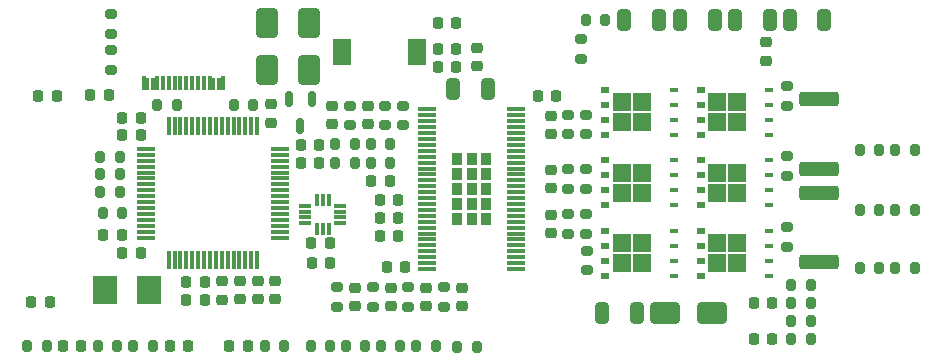
<source format=gtp>
G04 #@! TF.GenerationSoftware,KiCad,Pcbnew,7.0.2-6a45011f42~172~ubuntu20.04.1*
G04 #@! TF.CreationDate,2023-05-22T19:25:16+03:00*
G04 #@! TF.ProjectId,BLDC_4,424c4443-5f34-42e6-9b69-6361645f7063,rev?*
G04 #@! TF.SameCoordinates,PX40d9900PYa21fe80*
G04 #@! TF.FileFunction,Paste,Top*
G04 #@! TF.FilePolarity,Positive*
%FSLAX46Y46*%
G04 Gerber Fmt 4.6, Leading zero omitted, Abs format (unit mm)*
G04 Created by KiCad (PCBNEW 7.0.2-6a45011f42~172~ubuntu20.04.1) date 2023-05-22 19:25:16*
%MOMM*%
%LPD*%
G01*
G04 APERTURE LIST*
G04 Aperture macros list*
%AMRoundRect*
0 Rectangle with rounded corners*
0 $1 Rounding radius*
0 $2 $3 $4 $5 $6 $7 $8 $9 X,Y pos of 4 corners*
0 Add a 4 corners polygon primitive as box body*
4,1,4,$2,$3,$4,$5,$6,$7,$8,$9,$2,$3,0*
0 Add four circle primitives for the rounded corners*
1,1,$1+$1,$2,$3*
1,1,$1+$1,$4,$5*
1,1,$1+$1,$6,$7*
1,1,$1+$1,$8,$9*
0 Add four rect primitives between the rounded corners*
20,1,$1+$1,$2,$3,$4,$5,0*
20,1,$1+$1,$4,$5,$6,$7,0*
20,1,$1+$1,$6,$7,$8,$9,0*
20,1,$1+$1,$8,$9,$2,$3,0*%
G04 Aperture macros list end*
%ADD10RoundRect,0.225000X0.250000X-0.225000X0.250000X0.225000X-0.250000X0.225000X-0.250000X-0.225000X0*%
%ADD11RoundRect,0.225000X-0.250000X0.225000X-0.250000X-0.225000X0.250000X-0.225000X0.250000X0.225000X0*%
%ADD12RoundRect,0.225000X-0.225000X-0.250000X0.225000X-0.250000X0.225000X0.250000X-0.225000X0.250000X0*%
%ADD13RoundRect,0.225000X0.225000X0.250000X-0.225000X0.250000X-0.225000X-0.250000X0.225000X-0.250000X0*%
%ADD14RoundRect,0.250000X0.325000X0.650000X-0.325000X0.650000X-0.325000X-0.650000X0.325000X-0.650000X0*%
%ADD15RoundRect,0.250000X-0.650000X1.000000X-0.650000X-1.000000X0.650000X-1.000000X0.650000X1.000000X0*%
%ADD16R,1.500000X2.200000*%
%ADD17R,1.500000X1.500000*%
%ADD18R,0.750000X0.500000*%
%ADD19R,0.750000X0.400000*%
%ADD20RoundRect,0.200000X0.200000X0.275000X-0.200000X0.275000X-0.200000X-0.275000X0.200000X-0.275000X0*%
%ADD21RoundRect,0.200000X0.275000X-0.200000X0.275000X0.200000X-0.275000X0.200000X-0.275000X-0.200000X0*%
%ADD22RoundRect,0.200000X-0.200000X-0.275000X0.200000X-0.275000X0.200000X0.275000X-0.200000X0.275000X0*%
%ADD23RoundRect,0.200000X-0.275000X0.200000X-0.275000X-0.200000X0.275000X-0.200000X0.275000X0.200000X0*%
%ADD24RoundRect,0.250000X-1.425000X0.362500X-1.425000X-0.362500X1.425000X-0.362500X1.425000X0.362500X0*%
%ADD25RoundRect,0.250000X1.425000X-0.362500X1.425000X0.362500X-1.425000X0.362500X-1.425000X-0.362500X0*%
%ADD26RoundRect,0.075000X0.075000X-0.700000X0.075000X0.700000X-0.075000X0.700000X-0.075000X-0.700000X0*%
%ADD27RoundRect,0.075000X0.700000X-0.075000X0.700000X0.075000X-0.700000X0.075000X-0.700000X-0.075000X0*%
%ADD28R,0.960000X1.030000*%
%ADD29R,1.550000X0.300000*%
%ADD30R,1.000000X0.300000*%
%ADD31R,0.300000X1.000000*%
%ADD32RoundRect,0.250000X0.650000X-1.000000X0.650000X1.000000X-0.650000X1.000000X-0.650000X-1.000000X0*%
%ADD33R,2.000000X2.400000*%
%ADD34RoundRect,0.250000X-0.325000X-0.650000X0.325000X-0.650000X0.325000X0.650000X-0.325000X0.650000X0*%
%ADD35R,0.300000X1.150000*%
%ADD36RoundRect,0.250000X-1.000000X-0.650000X1.000000X-0.650000X1.000000X0.650000X-1.000000X0.650000X0*%
%ADD37RoundRect,0.150000X-0.150000X0.512500X-0.150000X-0.512500X0.150000X-0.512500X0.150000X0.512500X0*%
G04 APERTURE END LIST*
D10*
G04 #@! TO.C,C2*
X47600000Y95000000D03*
X47600000Y96550000D03*
G04 #@! TD*
D11*
G04 #@! TO.C,C4*
X67900000Y95975000D03*
X67900000Y94425000D03*
G04 #@! TD*
G04 #@! TO.C,C5*
X58850000Y95975000D03*
X58850000Y94425000D03*
G04 #@! TD*
G04 #@! TO.C,C6*
X61850000Y95975000D03*
X61850000Y94425000D03*
G04 #@! TD*
G04 #@! TO.C,C7*
X64850000Y95975000D03*
X64850000Y94425000D03*
G04 #@! TD*
D12*
G04 #@! TO.C,C15*
X44550000Y96500000D03*
X46100000Y96500000D03*
G04 #@! TD*
D10*
G04 #@! TO.C,C16*
X51700000Y109975000D03*
X51700000Y111525000D03*
G04 #@! TD*
D13*
G04 #@! TO.C,C17*
X40675000Y108900000D03*
X39125000Y108900000D03*
G04 #@! TD*
G04 #@! TO.C,C18*
X61775000Y105000000D03*
X60225000Y105000000D03*
G04 #@! TD*
D11*
G04 #@! TO.C,C19*
X59900000Y111375000D03*
X59900000Y109825000D03*
G04 #@! TD*
D12*
G04 #@! TO.C,C20*
X60925000Y100400000D03*
X62475000Y100400000D03*
G04 #@! TD*
D11*
G04 #@! TO.C,C21*
X56900000Y111375000D03*
X56900000Y109825000D03*
G04 #@! TD*
D12*
G04 #@! TO.C,C22*
X60925000Y103400000D03*
X62475000Y103400000D03*
G04 #@! TD*
G04 #@! TO.C,C23*
X61525000Y97750000D03*
X63075000Y97750000D03*
G04 #@! TD*
G04 #@! TO.C,C24*
X31425000Y94800000D03*
X32975000Y94800000D03*
G04 #@! TD*
D13*
G04 #@! TO.C,C26*
X56675000Y99800000D03*
X55125000Y99800000D03*
G04 #@! TD*
D11*
G04 #@! TO.C,C27*
X69200000Y116300000D03*
X69200000Y114750000D03*
G04 #@! TD*
D10*
G04 #@! TO.C,C28*
X75400000Y109025000D03*
X75400000Y110575000D03*
G04 #@! TD*
G04 #@! TO.C,C29*
X75400000Y104425000D03*
X75400000Y105975000D03*
G04 #@! TD*
G04 #@! TO.C,C30*
X75400000Y100625000D03*
X75400000Y102175000D03*
G04 #@! TD*
D13*
G04 #@! TO.C,C32*
X39075000Y100500000D03*
X37525000Y100500000D03*
G04 #@! TD*
D12*
G04 #@! TO.C,C34*
X92625000Y94700000D03*
X94175000Y94700000D03*
G04 #@! TD*
G04 #@! TO.C,C36*
X92625000Y91700000D03*
X94175000Y91700000D03*
G04 #@! TD*
G04 #@! TO.C,C38*
X44550000Y95000000D03*
X46100000Y95000000D03*
G04 #@! TD*
D14*
G04 #@! TO.C,C39*
X89275000Y118700000D03*
X86325000Y118700000D03*
G04 #@! TD*
D13*
G04 #@! TO.C,C42*
X49750000Y91100000D03*
X48200000Y91100000D03*
G04 #@! TD*
D12*
G04 #@! TO.C,C45*
X34125000Y91100000D03*
X35675000Y91100000D03*
G04 #@! TD*
D13*
G04 #@! TO.C,C46*
X67375000Y118400000D03*
X65825000Y118400000D03*
G04 #@! TD*
D12*
G04 #@! TO.C,C52*
X60925000Y101900000D03*
X62475000Y101900000D03*
G04 #@! TD*
D15*
G04 #@! TO.C,D4*
X54900000Y118400000D03*
X54900000Y114400000D03*
G04 #@! TD*
D16*
G04 #@! TO.C,L1*
X64100000Y116000000D03*
X57700000Y116000000D03*
G04 #@! TD*
D17*
G04 #@! TO.C,Q1*
X83105000Y110007500D03*
X83105000Y111707500D03*
X81405000Y110007500D03*
X81405000Y111707500D03*
D18*
X80000000Y108952500D03*
X80000000Y110222500D03*
X80000000Y111492500D03*
X80000000Y112762500D03*
D19*
X85805000Y108952500D03*
X85805000Y110222500D03*
X85805000Y111492500D03*
X85805000Y112762500D03*
G04 #@! TD*
D17*
G04 #@! TO.C,Q2*
X91205000Y110007500D03*
X91205000Y111707500D03*
X89505000Y110007500D03*
X89505000Y111707500D03*
D18*
X88100000Y108952500D03*
X88100000Y110222500D03*
X88100000Y111492500D03*
X88100000Y112762500D03*
D19*
X93905000Y108952500D03*
X93905000Y110222500D03*
X93905000Y111492500D03*
X93905000Y112762500D03*
G04 #@! TD*
D17*
G04 #@! TO.C,Q3*
X83105000Y104055000D03*
X83105000Y105755000D03*
X81405000Y104055000D03*
X81405000Y105755000D03*
D18*
X80000000Y103000000D03*
X80000000Y104270000D03*
X80000000Y105540000D03*
X80000000Y106810000D03*
D19*
X85805000Y103000000D03*
X85805000Y104270000D03*
X85805000Y105540000D03*
X85805000Y106810000D03*
G04 #@! TD*
D17*
G04 #@! TO.C,Q4*
X91205000Y104055000D03*
X91205000Y105755000D03*
X89505000Y104055000D03*
X89505000Y105755000D03*
D18*
X88100000Y103000000D03*
X88100000Y104270000D03*
X88100000Y105540000D03*
X88100000Y106810000D03*
D19*
X93905000Y103000000D03*
X93905000Y104270000D03*
X93905000Y105540000D03*
X93905000Y106810000D03*
G04 #@! TD*
D17*
G04 #@! TO.C,Q5*
X83105000Y98055000D03*
X83105000Y99755000D03*
X81405000Y98055000D03*
X81405000Y99755000D03*
D18*
X80000000Y97000000D03*
X80000000Y98270000D03*
X80000000Y99540000D03*
X80000000Y100810000D03*
D19*
X85805000Y97000000D03*
X85805000Y98270000D03*
X85805000Y99540000D03*
X85805000Y100810000D03*
G04 #@! TD*
D17*
G04 #@! TO.C,Q6*
X91205000Y98055000D03*
X91205000Y99755000D03*
X89505000Y98055000D03*
X89505000Y99755000D03*
D18*
X88100000Y97000000D03*
X88100000Y98270000D03*
X88100000Y99540000D03*
X88100000Y100810000D03*
D19*
X93905000Y97000000D03*
X93905000Y98270000D03*
X93905000Y99540000D03*
X93905000Y100810000D03*
G04 #@! TD*
D20*
G04 #@! TO.C,R3*
X80025000Y118700000D03*
X78375000Y118700000D03*
G04 #@! TD*
D21*
G04 #@! TO.C,R4*
X78000000Y115375000D03*
X78000000Y117025000D03*
G04 #@! TD*
D20*
G04 #@! TO.C,R7*
X65650000Y91025000D03*
X64000000Y91025000D03*
G04 #@! TD*
D21*
G04 #@! TO.C,R8*
X63350000Y94375000D03*
X63350000Y96025000D03*
G04 #@! TD*
G04 #@! TO.C,R9*
X60350000Y94375000D03*
X60350000Y96025000D03*
G04 #@! TD*
G04 #@! TO.C,R10*
X57350000Y94375000D03*
X57350000Y96025000D03*
G04 #@! TD*
D20*
G04 #@! TO.C,R11*
X56725000Y91025000D03*
X55075000Y91025000D03*
G04 #@! TD*
G04 #@! TO.C,R12*
X59700000Y91025000D03*
X58050000Y91025000D03*
G04 #@! TD*
G04 #@! TO.C,R13*
X62675000Y91025000D03*
X61025000Y91025000D03*
G04 #@! TD*
D22*
G04 #@! TO.C,R14*
X51175000Y91100000D03*
X52825000Y91100000D03*
G04 #@! TD*
D20*
G04 #@! TO.C,R15*
X32725000Y91100000D03*
X31075000Y91100000D03*
G04 #@! TD*
G04 #@! TO.C,R16*
X41705000Y91100000D03*
X40055000Y91100000D03*
G04 #@! TD*
D23*
G04 #@! TO.C,R17*
X61400000Y111425000D03*
X61400000Y109775000D03*
G04 #@! TD*
D20*
G04 #@! TO.C,R18*
X61825000Y108200000D03*
X60175000Y108200000D03*
G04 #@! TD*
D23*
G04 #@! TO.C,R19*
X58400000Y111425000D03*
X58400000Y109775000D03*
G04 #@! TD*
D20*
G04 #@! TO.C,R20*
X58825000Y108200000D03*
X57175000Y108200000D03*
G04 #@! TD*
D21*
G04 #@! TO.C,R21*
X62900000Y109775000D03*
X62900000Y111425000D03*
G04 #@! TD*
D22*
G04 #@! TO.C,R23*
X101575000Y97700000D03*
X103225000Y97700000D03*
G04 #@! TD*
D20*
G04 #@! TO.C,R24*
X106225000Y97700000D03*
X104575000Y97700000D03*
G04 #@! TD*
D22*
G04 #@! TO.C,R26*
X101575000Y102600000D03*
X103225000Y102600000D03*
G04 #@! TD*
D20*
G04 #@! TO.C,R27*
X106225000Y102600000D03*
X104575000Y102600000D03*
G04 #@! TD*
D23*
G04 #@! TO.C,R28*
X78400000Y110625000D03*
X78400000Y108975000D03*
G04 #@! TD*
G04 #@! TO.C,R29*
X76900000Y110625000D03*
X76900000Y108975000D03*
G04 #@! TD*
D21*
G04 #@! TO.C,R30*
X95400000Y111400000D03*
X95400000Y113050000D03*
G04 #@! TD*
D20*
G04 #@! TO.C,R31*
X38705000Y91100000D03*
X37055000Y91100000D03*
G04 #@! TD*
D22*
G04 #@! TO.C,R32*
X101575000Y107700000D03*
X103225000Y107700000D03*
G04 #@! TD*
D20*
G04 #@! TO.C,R33*
X106225000Y107700000D03*
X104575000Y107700000D03*
G04 #@! TD*
D23*
G04 #@! TO.C,R34*
X78400000Y106025000D03*
X78400000Y104375000D03*
G04 #@! TD*
G04 #@! TO.C,R35*
X76900000Y106025000D03*
X76900000Y104375000D03*
G04 #@! TD*
G04 #@! TO.C,R36*
X95400000Y107125000D03*
X95400000Y105475000D03*
G04 #@! TD*
D22*
G04 #@! TO.C,R39*
X37275000Y104100000D03*
X38925000Y104100000D03*
G04 #@! TD*
G04 #@! TO.C,R40*
X37275000Y105600000D03*
X38925000Y105600000D03*
G04 #@! TD*
G04 #@! TO.C,R41*
X37275000Y107100000D03*
X38925000Y107100000D03*
G04 #@! TD*
D23*
G04 #@! TO.C,R42*
X78400000Y102225000D03*
X78400000Y100575000D03*
G04 #@! TD*
G04 #@! TO.C,R43*
X76900000Y102225000D03*
X76900000Y100575000D03*
G04 #@! TD*
D21*
G04 #@! TO.C,R46*
X95400000Y99450000D03*
X95400000Y101100000D03*
G04 #@! TD*
D20*
G04 #@! TO.C,R48*
X97425000Y96200000D03*
X95775000Y96200000D03*
G04 #@! TD*
G04 #@! TO.C,R49*
X97425000Y94700000D03*
X95775000Y94700000D03*
G04 #@! TD*
G04 #@! TO.C,R50*
X97425000Y93200000D03*
X95775000Y93200000D03*
G04 #@! TD*
G04 #@! TO.C,R51*
X97425000Y91700000D03*
X95775000Y91700000D03*
G04 #@! TD*
D24*
G04 #@! TO.C,R53*
X98100000Y111962500D03*
X98100000Y106037500D03*
G04 #@! TD*
D25*
G04 #@! TO.C,R54*
X98100000Y98137500D03*
X98100000Y104062500D03*
G04 #@! TD*
D26*
G04 #@! TO.C,U1*
X43050000Y98325000D03*
X43550000Y98325000D03*
X44050000Y98325000D03*
X44550000Y98325000D03*
X45050000Y98325000D03*
X45550000Y98325000D03*
X46050000Y98325000D03*
X46550000Y98325000D03*
X47050000Y98325000D03*
X47550000Y98325000D03*
X48050000Y98325000D03*
X48550000Y98325000D03*
X49050000Y98325000D03*
X49550000Y98325000D03*
X50050000Y98325000D03*
X50550000Y98325000D03*
D27*
X52475000Y100250000D03*
X52475000Y100750000D03*
X52475000Y101250000D03*
X52475000Y101750000D03*
X52475000Y102250000D03*
X52475000Y102750000D03*
X52475000Y103250000D03*
X52475000Y103750000D03*
X52475000Y104250000D03*
X52475000Y104750000D03*
X52475000Y105250000D03*
X52475000Y105750000D03*
X52475000Y106250000D03*
X52475000Y106750000D03*
X52475000Y107250000D03*
X52475000Y107750000D03*
D26*
X50550000Y109675000D03*
X50050000Y109675000D03*
X49550000Y109675000D03*
X49050000Y109675000D03*
X48550000Y109675000D03*
X48050000Y109675000D03*
X47550000Y109675000D03*
X47050000Y109675000D03*
X46550000Y109675000D03*
X46050000Y109675000D03*
X45550000Y109675000D03*
X45050000Y109675000D03*
X44550000Y109675000D03*
X44050000Y109675000D03*
X43550000Y109675000D03*
X43050000Y109675000D03*
D27*
X41125000Y107750000D03*
X41125000Y107250000D03*
X41125000Y106750000D03*
X41125000Y106250000D03*
X41125000Y105750000D03*
X41125000Y105250000D03*
X41125000Y104750000D03*
X41125000Y104250000D03*
X41125000Y103750000D03*
X41125000Y103250000D03*
X41125000Y102750000D03*
X41125000Y102250000D03*
X41125000Y101750000D03*
X41125000Y101250000D03*
X41125000Y100750000D03*
X41125000Y100250000D03*
G04 #@! TD*
D28*
G04 #@! TO.C,U3*
X67496600Y106880000D03*
X67496600Y105610000D03*
X67496600Y104340000D03*
X67496600Y103070000D03*
X67496600Y101800000D03*
X68700000Y106880000D03*
X68700000Y105610000D03*
X68700000Y104340000D03*
X68700000Y103070000D03*
X68700000Y101800000D03*
X69903400Y106880000D03*
X69903400Y105610000D03*
X69903400Y104340000D03*
X69903400Y103070000D03*
X69903400Y101800000D03*
D29*
X64950000Y111090000D03*
X64950000Y110590000D03*
X64950000Y110090000D03*
X64950000Y109590000D03*
X64950000Y109090000D03*
X64950000Y108590000D03*
X64950000Y108090000D03*
X64950000Y107590000D03*
X64950000Y107090000D03*
X64950000Y106590000D03*
X64950000Y106090000D03*
X64950000Y105590000D03*
X64950000Y105090000D03*
X64950000Y104590000D03*
X64950000Y104090000D03*
X64950000Y103590000D03*
X64950000Y103090000D03*
X64950000Y102590000D03*
X64950000Y102090000D03*
X64950000Y101590000D03*
X64950000Y101090000D03*
X64950000Y100590000D03*
X64950000Y100090000D03*
X64950000Y99590000D03*
X64950000Y99090000D03*
X64950000Y98590000D03*
X64950000Y98090000D03*
X64950000Y97590000D03*
X72450000Y97590000D03*
X72450000Y98090000D03*
X72450000Y98590000D03*
X72450000Y99090000D03*
X72450000Y99590000D03*
X72450000Y100090000D03*
X72450000Y100590000D03*
X72450000Y101090000D03*
X72450000Y101590000D03*
X72450000Y102090000D03*
X72450000Y102590000D03*
X72450000Y103090000D03*
X72450000Y103590000D03*
X72450000Y104090000D03*
X72450000Y104590000D03*
X72450000Y105090000D03*
X72450000Y105590000D03*
X72450000Y106090000D03*
X72450000Y106590000D03*
X72450000Y107090000D03*
X72450000Y107590000D03*
X72450000Y108090000D03*
X72450000Y108590000D03*
X72450000Y109090000D03*
X72450000Y109590000D03*
X72450000Y110090000D03*
X72450000Y110590000D03*
X72450000Y111090000D03*
G04 #@! TD*
D30*
G04 #@! TO.C,U4*
X54600000Y102950000D03*
X54600000Y102450000D03*
X54600000Y101950000D03*
X54600000Y101450000D03*
D31*
X55600000Y100950000D03*
X56100000Y100950000D03*
X56600000Y100950000D03*
D30*
X57600000Y101450000D03*
X57600000Y101950000D03*
X57600000Y102450000D03*
X57600000Y102950000D03*
D31*
X56600000Y103450000D03*
X56100000Y103450000D03*
X55600000Y103450000D03*
G04 #@! TD*
D12*
G04 #@! TO.C,C12*
X39125000Y98900000D03*
X40675000Y98900000D03*
G04 #@! TD*
G04 #@! TO.C,C13*
X39125000Y110400000D03*
X40675000Y110400000D03*
G04 #@! TD*
D13*
G04 #@! TO.C,C11*
X55775000Y106550000D03*
X54225000Y106550000D03*
G04 #@! TD*
D12*
G04 #@! TO.C,C48*
X36425000Y112300000D03*
X37975000Y112300000D03*
G04 #@! TD*
D22*
G04 #@! TO.C,R5*
X57175000Y106600000D03*
X58825000Y106600000D03*
G04 #@! TD*
G04 #@! TO.C,R44*
X60175000Y106600000D03*
X61825000Y106600000D03*
G04 #@! TD*
D12*
G04 #@! TO.C,C1*
X54250000Y108050000D03*
X55800000Y108050000D03*
G04 #@! TD*
G04 #@! TO.C,C8*
X65850000Y114700000D03*
X67400000Y114700000D03*
G04 #@! TD*
D14*
G04 #@! TO.C,C53*
X70075000Y112800000D03*
X67125000Y112800000D03*
G04 #@! TD*
G04 #@! TO.C,C40*
X82675000Y93900000D03*
X79725000Y93900000D03*
G04 #@! TD*
D10*
G04 #@! TO.C,C47*
X93600000Y115225000D03*
X93600000Y116775000D03*
G04 #@! TD*
D32*
G04 #@! TO.C,D5*
X51400000Y114400000D03*
X51400000Y118400000D03*
G04 #@! TD*
D23*
G04 #@! TO.C,R404*
X38180000Y116125000D03*
X38180000Y114475000D03*
G04 #@! TD*
D12*
G04 #@! TO.C,C60*
X43150000Y91100000D03*
X44700000Y91100000D03*
G04 #@! TD*
D13*
G04 #@! TO.C,C61*
X33575000Y112200000D03*
X32025000Y112200000D03*
G04 #@! TD*
D10*
G04 #@! TO.C,C503*
X49100000Y95025000D03*
X49100000Y96575000D03*
G04 #@! TD*
D33*
G04 #@! TO.C,Y1*
X41350000Y95800000D03*
X37650000Y95800000D03*
G04 #@! TD*
D20*
G04 #@! TO.C,R402*
X43725000Y111500000D03*
X42075000Y111500000D03*
G04 #@! TD*
D34*
G04 #@! TO.C,C43*
X95625000Y118700000D03*
X98575000Y118700000D03*
G04 #@! TD*
D35*
G04 #@! TO.C,J401*
X47650000Y113330000D03*
D31*
X46850000Y113260000D03*
D35*
X45550000Y113330000D03*
X44550000Y113330000D03*
X44050000Y113330000D03*
X43050000Y113330000D03*
D31*
X41750000Y113260000D03*
D35*
X40950000Y113330000D03*
D31*
X41250000Y113260000D03*
D35*
X42050000Y113330000D03*
X42550000Y113330000D03*
X43550000Y113330000D03*
X45050000Y113330000D03*
X46050000Y113330000D03*
X46550000Y113330000D03*
D31*
X47350000Y113260000D03*
G04 #@! TD*
D12*
G04 #@! TO.C,C3*
X65825000Y116200000D03*
X67375000Y116200000D03*
G04 #@! TD*
D14*
G04 #@! TO.C,C51*
X93975000Y118700000D03*
X91025000Y118700000D03*
G04 #@! TD*
D23*
G04 #@! TO.C,R403*
X38180000Y119150000D03*
X38180000Y117500000D03*
G04 #@! TD*
D12*
G04 #@! TO.C,C41*
X55150000Y98100000D03*
X56700000Y98100000D03*
G04 #@! TD*
D21*
G04 #@! TO.C,R6*
X66400000Y94375000D03*
X66400000Y96025000D03*
G04 #@! TD*
D20*
G04 #@! TO.C,R405*
X39125000Y102300000D03*
X37475000Y102300000D03*
G04 #@! TD*
D10*
G04 #@! TO.C,C502*
X50600000Y95025000D03*
X50600000Y96575000D03*
G04 #@! TD*
D23*
G04 #@! TO.C,R1*
X78500000Y99125000D03*
X78500000Y97475000D03*
G04 #@! TD*
D20*
G04 #@! TO.C,R401*
X50225000Y111500000D03*
X48575000Y111500000D03*
G04 #@! TD*
D34*
G04 #@! TO.C,C37*
X81625000Y118700000D03*
X84575000Y118700000D03*
G04 #@! TD*
D13*
G04 #@! TO.C,C62*
X75850000Y112200000D03*
X74300000Y112200000D03*
G04 #@! TD*
D36*
G04 #@! TO.C,D7*
X85100000Y93900000D03*
X89100000Y93900000D03*
G04 #@! TD*
D20*
G04 #@! TO.C,R2*
X69125000Y91000000D03*
X67475000Y91000000D03*
G04 #@! TD*
D10*
G04 #@! TO.C,C501*
X52100000Y95025000D03*
X52100000Y96575000D03*
G04 #@! TD*
D37*
G04 #@! TO.C,U6*
X55150000Y111987500D03*
X53250000Y111987500D03*
X54200000Y109712500D03*
G04 #@! TD*
M02*

</source>
